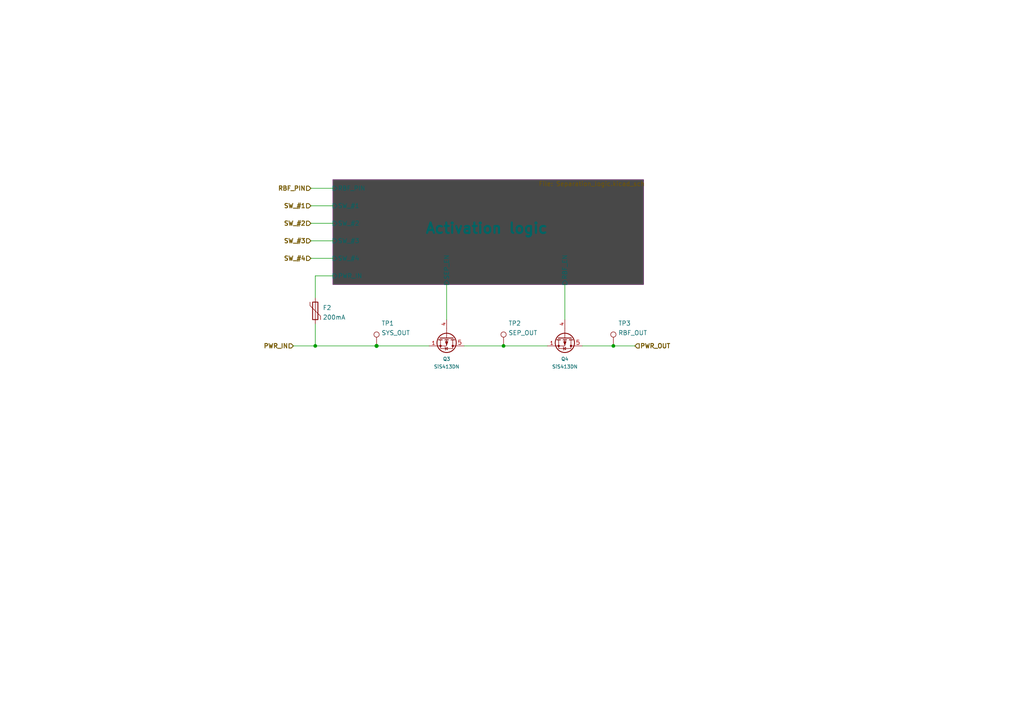
<source format=kicad_sch>
(kicad_sch (version 20210621) (generator eeschema)
  (paper "A4")
  (title_block (title "BUTCube - EPS") (date "2021-06-01") (rev "v1.0") (company "VUT - FIT(STRaDe) & FME(IAE & IPE)") (comment 1 "Author: Petr Malaník"))
  (lib_symbols
    (symbol "Connector:TestPoint" (pin_numbers hide) (pin_names (offset 0.762) hide)
      (property "Reference" "TP" (at 0 6.858 0))
      (property "Value" "TestPoint" (at 0 5.08 0))
      (symbol "TestPoint_0_1"
        (circle (center 0 3.302) (radius 0.762))
      )
      (symbol "TestPoint_1_1"
        (pin passive line (at 0 0 90) (length 2.54) (name "1") (number "1"))
      )
    )
    (symbol "Device:Polyfuse" (pin_numbers hide) (pin_names (offset 0))
      (property "Reference" "F" (at -2.54 0 90))
      (property "Value" "Polyfuse" (at 2.54 0 90))
      (symbol "Polyfuse_0_1"
        (rectangle (start -0.762 2.54) (end 0.762 -2.54) (stroke (width 0.254)))
        (polyline (pts (xy 0 2.54) (xy 0 -2.54)))
        (polyline (pts (xy -1.524 2.54) (xy -1.524 1.524) (xy 1.524 -1.524) (xy 1.524 -2.54)))
      )
      (symbol "Polyfuse_1_1"
        (pin passive line (at 0 3.81 270) (length 1.27) (name "~") (number "1"))
        (pin passive line (at 0 -3.81 90) (length 1.27) (name "~") (number "2"))
      )
    )
    (symbol "TCY_transistors:SiS413DN" (pin_names hide)
      (property "Reference" "Q" (at 8.89 2.54 0))
      (property "Value" "SiS413DN" (at 8.89 0 0))
      (symbol "SiS413DN_0_1"
        (circle (center -0.889 0) (radius 2.794) (stroke (width 0.254)))
        (circle (center 0 -1.778) (radius 0.254) (fill (type outline)))
        (circle (center 0 1.778) (radius 0.254) (fill (type outline)))
        (polyline (pts (xy -2.286 0) (xy -5.08 0)))
        (polyline (pts (xy -2.286 1.905) (xy -2.286 -1.905)) (stroke (width 0.254)))
        (polyline (pts (xy -1.778 -1.27) (xy -1.778 -2.286)) (stroke (width 0.254)))
        (polyline (pts (xy -1.778 0.508) (xy -1.778 -0.508)) (stroke (width 0.254)))
        (polyline (pts (xy -1.778 2.286) (xy -1.778 1.27)) (stroke (width 0.254)))
        (polyline (pts (xy 0 2.54) (xy 0 1.778)))
        (polyline (pts (xy 0 -2.54) (xy 0 0) (xy -1.778 0)))
        (polyline (pts (xy -1.778 1.778) (xy 0.762 1.778) (xy 0.762 -1.778) (xy -1.778 -1.778)))
        (polyline (pts (xy 0.254 -0.508) (xy 0.381 -0.381) (xy 1.143 -0.381) (xy 1.27 -0.254)))
        (polyline (pts (xy 0.762 -0.381) (xy 0.381 0.254) (xy 1.143 0.254) (xy 0.762 -0.381)))
        (polyline (pts (xy -0.254 0) (xy -1.27 0.381) (xy -1.27 -0.381) (xy -0.254 0)) (fill (type outline)))
      )
      (symbol "SiS413DN_1_1"
        (pin passive line (at 0 -5.08 90) (length 2.54) (name "S") (number "1"))
        (pin passive line (at 0 -5.08 90) (length 2.54) hide (name "S") (number "2"))
        (pin passive line (at 0 -5.08 90) (length 2.54) hide (name "S") (number "3"))
        (pin passive line (at -7.62 0 0) (length 2.54) (name "G") (number "4"))
        (pin passive line (at 0 5.08 270) (length 2.54) (name "D") (number "5"))
        (pin passive line (at 0 5.08 270) (length 2.54) hide (name "D") (number "6"))
        (pin passive line (at 0 5.08 270) (length 2.54) hide (name "D") (number "7"))
        (pin passive line (at 0 5.08 270) (length 2.54) hide (name "D") (number "8"))
        (pin passive line (at 0 5.08 270) (length 2.54) hide (name "D") (number "9"))
      )
    )
  )
  (junction (at 91.44 100.33) (diameter 0.9144))
  (junction (at 109.22 100.33) (diameter 1.016))
  (junction (at 146.05 100.33) (diameter 0.9144))
  (junction (at 177.9026 100.33) (diameter 0.9144))
  (wire (pts (xy 85.09 100.33) (xy 91.44 100.33)))
  (wire (pts (xy 90.17 54.61) (xy 96.52 54.61)))
  (wire (pts (xy 90.17 59.69) (xy 96.52 59.69)))
  (wire (pts (xy 90.17 64.77) (xy 96.52 64.77)))
  (wire (pts (xy 90.17 69.85) (xy 96.52 69.85)))
  (wire (pts (xy 90.17 74.93) (xy 96.52 74.93)))
  (wire (pts (xy 91.44 80.01) (xy 91.44 86.36)))
  (wire (pts (xy 91.44 93.98) (xy 91.44 100.33)))
  (wire (pts (xy 91.44 100.33) (xy 109.22 100.33)))
  (wire (pts (xy 96.52 80.01) (xy 91.44 80.01)))
  (wire (pts (xy 109.22 100.33) (xy 124.46 100.33)))
  (wire (pts (xy 129.54 82.55) (xy 129.54 92.71)))
  (wire (pts (xy 134.62 100.33) (xy 146.05 100.33)))
  (wire (pts (xy 146.05 100.33) (xy 158.75 100.33)))
  (wire (pts (xy 163.83 82.55) (xy 163.83 92.71)))
  (wire (pts (xy 168.91 100.33) (xy 177.9026 100.33)))
  (wire (pts (xy 177.9026 100.33) (xy 184.15 100.33)))
  (hierarchical_label "PWR_IN" (shape input) (at 85.09 100.33 180) (effects (font (thickness 0.254))))
  (hierarchical_label "RBF_PIN" (shape input) (at 90.17 54.61 180) (effects (font (thickness 0.254))))
  (hierarchical_label "SW_#1" (shape input) (at 90.17 59.69 180) (effects (font (thickness 0.254))))
  (hierarchical_label "SW_#2" (shape input) (at 90.17 64.77 180) (effects (font (thickness 0.254))))
  (hierarchical_label "SW_#3" (shape input) (at 90.17 69.85 180) (effects (font (thickness 0.254))))
  (hierarchical_label "SW_#4" (shape input) (at 90.17 74.93 180) (effects (font (thickness 0.254))))
  (hierarchical_label "PWR_OUT" (shape input) (at 184.15 100.33 0) (effects (font (thickness 0.254))))
  (symbol (lib_id "Connector:TestPoint") (at 109.22 100.33 0)
    (property "Reference" "TP1" (at 110.6171 93.77 0) (effects (justify left)))
    (property "Value" "SYS_OUT" (at 110.6171 96.5451 0) (effects (justify left)))
  )
  (symbol (lib_id "Connector:TestPoint") (at 146.05 100.33 0)
    (property "Reference" "TP2" (at 147.4471 93.77 0) (effects (justify left)))
    (property "Value" "SEP_OUT" (at 147.4471 96.5451 0) (effects (justify left)))
  )
  (symbol (lib_id "Connector:TestPoint") (at 177.9026 100.33 0)
    (property "Reference" "TP3" (at 179.2997 93.77 0) (effects (justify left)))
    (property "Value" "RBF_OUT" (at 179.2997 96.5451 0) (effects (justify left)))
  )
  (symbol (lib_id "Device:Polyfuse") (at 91.44 90.17 0)
    (property "Reference" "F2" (at 93.5991 89.2615 0) (effects (justify left)))
    (property "Value" "200mA" (at 93.5991 92.0366 0) (effects (justify left)))
  )
  (symbol (lib_id "TCY_transistors:SiS413DN") (at 129.54 100.33 270)
    (property "Reference" "Q3" (at 129.54 104.1166 90) (effects (font (size 1 1))))
    (property "Value" "SiS413DN" (at 129.54 106.3556 90) (effects (font (size 1 1))))
    (property "Footprint" "Package_SO:Vishay_PowerPAK_1212-8_Single" (effects hide))
    (property "Datasheet" "https://www.vishay.com/docs/63262/sis413dn.pdf" (effects hide))
  )
  (symbol (lib_id "TCY_transistors:SiS413DN") (at 163.83 100.33 270)
    (property "Reference" "Q4" (at 163.83 104.1166 90) (effects (font (size 1 1))))
    (property "Value" "SiS413DN" (at 163.83 106.3556 90) (effects (font (size 1 1))))
    (property "Footprint" "Package_SO:Vishay_PowerPAK_1212-8_Single" (effects hide))
    (property "Datasheet" "https://www.vishay.com/docs/63262/sis413dn.pdf" (effects hide))
  )
  (sheet (at 96.52 52.07) (size 90.17 30.48) (stroke (width 0.001) (color 132 0 132 1)) (fill (color 72 72 72 1.0000))
    (property "Sheet name" "Activation logic" (at 123.19 67.9441 0) (effects (font (size 3 3) bold) (justify left bottom)))
    (property "Sheet file" "Separation_logic.kicad_sch" (at 156.21 52.5789 0) (effects (justify left top)))
    (pin "SW_#1" input (at 96.52 59.69 180))
    (pin "SW_#2" input (at 96.52 64.77 180))
    (pin "SW_#3" input (at 96.52 69.85 180))
    (pin "SW_#4" input (at 96.52 74.93 180))
    (pin "SEP_EN" input (at 129.54 82.55 270))
    (pin "PWR_IN" input (at 96.52 80.01 180))
    (pin "RBF_PIN" input (at 96.52 54.61 180))
    (pin "RBF_EN" input (at 163.83 82.55 270))
  )
)
</source>
